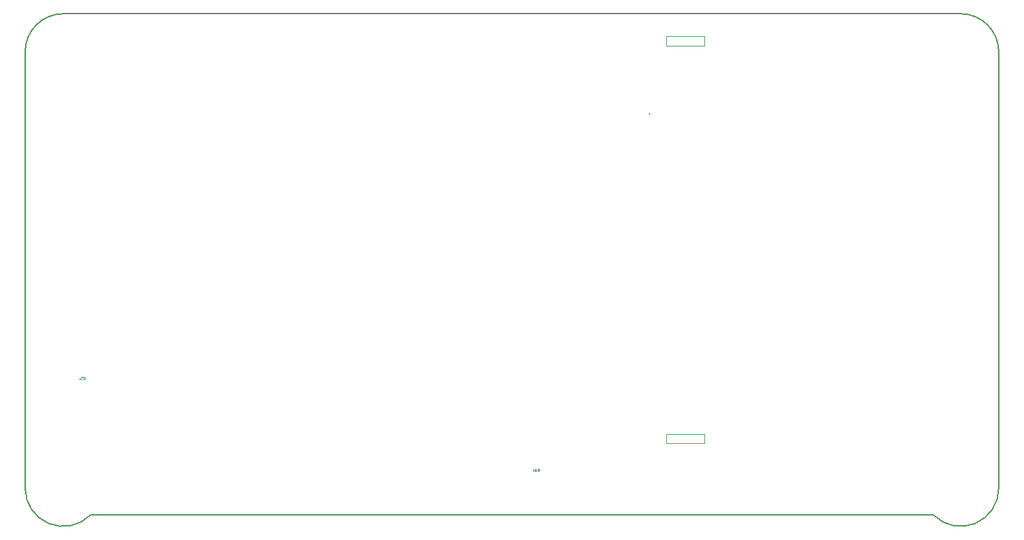
<source format=gm1>
G04*
G04 #@! TF.GenerationSoftware,Altium Limited,Altium Designer,21.7.2 (23)*
G04*
G04 Layer_Color=16711935*
%FSAX25Y25*%
%MOIN*%
G70*
G04*
G04 #@! TF.SameCoordinates,7BBA0914-394B-4DB2-939C-07DA4AAD527A*
G04*
G04*
G04 #@! TF.FilePolarity,Positive*
G04*
G01*
G75*
%ADD11C,0.00394*%
%ADD14C,0.00787*%
%ADD367C,0.00394*%
%ADD368C,0.00787*%
%ADD369C,0.00197*%
G36*
X0406370Y0498326D02*
X0406388Y0498324D01*
X0406406Y0498320D01*
X0406423Y0498317D01*
X0406438Y0498312D01*
X0406453Y0498306D01*
X0406466Y0498299D01*
X0406479Y0498294D01*
X0406489Y0498287D01*
X0406499Y0498280D01*
X0406507Y0498275D01*
X0406513Y0498270D01*
X0406519Y0498266D01*
X0406522Y0498262D01*
X0406525Y0498260D01*
X0406526Y0498259D01*
X0406538Y0498245D01*
X0406548Y0498232D01*
X0406558Y0498218D01*
X0406566Y0498204D01*
X0406573Y0498189D01*
X0406578Y0498176D01*
X0406586Y0498150D01*
X0406590Y0498138D01*
X0406592Y0498127D01*
X0406593Y0498117D01*
X0406594Y0498109D01*
X0406595Y0498102D01*
Y0498078D01*
X0406593Y0498065D01*
X0406587Y0498039D01*
X0406579Y0498015D01*
X0406572Y0497993D01*
X0406563Y0497975D01*
X0406558Y0497969D01*
X0406555Y0497962D01*
X0406551Y0497958D01*
X0406549Y0497954D01*
X0406548Y0497952D01*
X0406547Y0497951D01*
X0406750Y0497991D01*
Y0498291D01*
X0406838D01*
Y0497917D01*
X0406451Y0497844D01*
X0406438Y0497932D01*
X0406450Y0497940D01*
X0406461Y0497949D01*
X0406470Y0497958D01*
X0406477Y0497966D01*
X0406483Y0497974D01*
X0406489Y0497981D01*
X0406491Y0497986D01*
X0406492Y0497987D01*
X0406499Y0498000D01*
X0406504Y0498015D01*
X0406508Y0498028D01*
X0406511Y0498040D01*
X0406512Y0498052D01*
X0406513Y0498060D01*
Y0498067D01*
X0406511Y0498093D01*
X0406507Y0498117D01*
X0406499Y0498137D01*
X0406491Y0498152D01*
X0406482Y0498166D01*
X0406474Y0498176D01*
X0406470Y0498182D01*
X0406467Y0498184D01*
X0406448Y0498198D01*
X0406428Y0498210D01*
X0406408Y0498217D01*
X0406388Y0498223D01*
X0406370Y0498226D01*
X0406362Y0498228D01*
X0406355D01*
X0406350Y0498229D01*
X0406345D01*
X0406343D01*
X0406342D01*
X0406313Y0498226D01*
X0406286Y0498222D01*
X0406264Y0498214D01*
X0406245Y0498206D01*
X0406229Y0498197D01*
X0406218Y0498189D01*
X0406214Y0498187D01*
X0406211Y0498185D01*
X0406210Y0498183D01*
X0406209D01*
X0406200Y0498174D01*
X0406192Y0498165D01*
X0406180Y0498146D01*
X0406171Y0498127D01*
X0406165Y0498109D01*
X0406161Y0498093D01*
X0406159Y0498081D01*
X0406158Y0498076D01*
Y0498070D01*
X0406159Y0498049D01*
X0406164Y0498032D01*
X0406170Y0498015D01*
X0406176Y0498001D01*
X0406182Y0497990D01*
X0406187Y0497981D01*
X0406192Y0497977D01*
X0406193Y0497974D01*
X0406208Y0497961D01*
X0406224Y0497950D01*
X0406242Y0497942D01*
X0406260Y0497935D01*
X0406275Y0497931D01*
X0406288Y0497927D01*
X0406293Y0497926D01*
X0406296Y0497925D01*
X0406298D01*
X0406299D01*
X0406293Y0497828D01*
X0406275Y0497830D01*
X0406258Y0497833D01*
X0406228Y0497843D01*
X0406202Y0497855D01*
X0406191Y0497861D01*
X0406180Y0497868D01*
X0406171Y0497875D01*
X0406163Y0497880D01*
X0406155Y0497886D01*
X0406149Y0497892D01*
X0406145Y0497896D01*
X0406142Y0497899D01*
X0406140Y0497900D01*
X0406139Y0497902D01*
X0406129Y0497914D01*
X0406120Y0497927D01*
X0406112Y0497941D01*
X0406107Y0497955D01*
X0406096Y0497983D01*
X0406089Y0498010D01*
X0406087Y0498023D01*
X0406085Y0498034D01*
X0406084Y0498044D01*
X0406083Y0498053D01*
X0406082Y0498060D01*
Y0498070D01*
X0406083Y0498092D01*
X0406087Y0498114D01*
X0406091Y0498135D01*
X0406097Y0498154D01*
X0406103Y0498170D01*
X0406111Y0498187D01*
X0406119Y0498202D01*
X0406128Y0498215D01*
X0406136Y0498228D01*
X0406144Y0498238D01*
X0406152Y0498246D01*
X0406158Y0498253D01*
X0406165Y0498259D01*
X0406170Y0498263D01*
X0406172Y0498266D01*
X0406173Y0498267D01*
X0406187Y0498278D01*
X0406202Y0498287D01*
X0406217Y0498295D01*
X0406232Y0498301D01*
X0406261Y0498313D01*
X0406289Y0498319D01*
X0406302Y0498323D01*
X0406314Y0498324D01*
X0406324Y0498325D01*
X0406333Y0498326D01*
X0406340Y0498327D01*
X0406345D01*
X0406349D01*
X0406350D01*
X0406370Y0498326D01*
D02*
G37*
G36*
X0406848Y0497599D02*
X0406413D01*
X0406387D01*
X0406364Y0497597D01*
X0406342Y0497595D01*
X0406323Y0497591D01*
X0406306Y0497588D01*
X0406290Y0497585D01*
X0406276Y0497580D01*
X0406264Y0497576D01*
X0406253Y0497571D01*
X0406245Y0497567D01*
X0406237Y0497563D01*
X0406231Y0497560D01*
X0406227Y0497557D01*
X0406223Y0497554D01*
X0406222Y0497553D01*
X0406221Y0497552D01*
X0406212Y0497543D01*
X0406205Y0497532D01*
X0406193Y0497507D01*
X0406184Y0497482D01*
X0406179Y0497456D01*
X0406174Y0497432D01*
X0406173Y0497422D01*
Y0497413D01*
X0406172Y0497405D01*
Y0497395D01*
X0406173Y0497372D01*
X0406175Y0497351D01*
X0406180Y0497333D01*
X0406184Y0497316D01*
X0406189Y0497303D01*
X0406193Y0497293D01*
X0406195Y0497288D01*
X0406196Y0497286D01*
X0406207Y0497270D01*
X0406218Y0497258D01*
X0406230Y0497246D01*
X0406241Y0497238D01*
X0406252Y0497232D01*
X0406260Y0497227D01*
X0406266Y0497225D01*
X0406268Y0497224D01*
X0406277Y0497221D01*
X0406288Y0497218D01*
X0406311Y0497214D01*
X0406334Y0497211D01*
X0406358Y0497208D01*
X0406379Y0497207D01*
X0406389D01*
X0406397Y0497206D01*
X0406404D01*
X0406408D01*
X0406411D01*
X0406413D01*
X0406848D01*
Y0497106D01*
X0406413D01*
X0406391D01*
X0406370Y0497108D01*
X0406351Y0497109D01*
X0406332Y0497111D01*
X0406315Y0497113D01*
X0406301Y0497115D01*
X0406286Y0497118D01*
X0406273Y0497121D01*
X0406261Y0497123D01*
X0406251Y0497125D01*
X0406243Y0497128D01*
X0406236Y0497130D01*
X0406230Y0497132D01*
X0406227Y0497133D01*
X0406224Y0497134D01*
X0406223D01*
X0406199Y0497147D01*
X0406179Y0497161D01*
X0406159Y0497178D01*
X0406145Y0497194D01*
X0406134Y0497208D01*
X0406125Y0497220D01*
X0406121Y0497224D01*
X0406120Y0497227D01*
X0406118Y0497230D01*
Y0497231D01*
X0406106Y0497258D01*
X0406098Y0497287D01*
X0406091Y0497315D01*
X0406087Y0497343D01*
X0406085Y0497355D01*
X0406084Y0497367D01*
X0406083Y0497377D01*
Y0497386D01*
X0406082Y0497394D01*
Y0497404D01*
X0406084Y0497443D01*
X0406085Y0497461D01*
X0406089Y0497477D01*
X0406092Y0497493D01*
X0406096Y0497507D01*
X0406099Y0497521D01*
X0406103Y0497533D01*
X0406107Y0497544D01*
X0406110Y0497553D01*
X0406113Y0497561D01*
X0406117Y0497568D01*
X0406120Y0497573D01*
X0406121Y0497577D01*
X0406124Y0497579D01*
Y0497580D01*
X0406140Y0497604D01*
X0406158Y0497623D01*
X0406176Y0497640D01*
X0406193Y0497652D01*
X0406209Y0497662D01*
X0406221Y0497669D01*
X0406225Y0497671D01*
X0406229Y0497672D01*
X0406231Y0497673D01*
X0406232D01*
X0406259Y0497682D01*
X0406289Y0497688D01*
X0406319Y0497692D01*
X0406348Y0497695D01*
X0406361Y0497697D01*
X0406373Y0497698D01*
X0406385D01*
X0406393Y0497699D01*
X0406401D01*
X0406408D01*
X0406411D01*
X0406413D01*
X0406848D01*
Y0497599D01*
D02*
G37*
D11*
X0415099Y0327681D02*
G03*
X0415099Y0327681I0000000J0000000D01*
G01*
X0415105Y0533235D02*
G03*
X0415105Y0533235I0000000J0000000D01*
G01*
X0415099Y0332406D02*
X0434784D01*
X0415099Y0327681D02*
Y0332406D01*
X0415099Y0327681D02*
X0434784D01*
X0434784Y0327681D02*
Y0332406D01*
X0434790Y0533235D02*
Y0537959D01*
X0415105Y0533235D02*
X0434790D01*
X0415105Y0533235D02*
Y0537959D01*
X0415105Y0537959D02*
X0434790D01*
D14*
X0103843Y0549693D02*
G03*
X0084158Y0530008I0000000J-0019685D01*
G01*
X0103845Y0549678D02*
G03*
X0084160Y0529993I0000000J-0019685D01*
G01*
X0084158Y0304497D02*
G03*
X0117760Y0290579I0019683J0000000D01*
G01*
X0553206Y0290608D02*
G03*
X0586811Y0304528I0013919J0013919D01*
G01*
X0586817Y0529993D02*
G03*
X0567133Y0549678I-0019685J0000000D01*
G01*
X0103843Y0549694D02*
X0103886Y0549694D01*
X0103845Y0549678D02*
X0567224Y0549689D01*
X0084158Y0304497D02*
X0084160Y0529993D01*
X0117815Y0290610D02*
X0553150Y0290610D01*
X0586812Y0304429D02*
X0586812Y0529993D01*
D367*
X0415099Y0332406D02*
D03*
D03*
X0415105Y0537959D02*
D03*
X0416483Y0526345D02*
D03*
X0415105Y0537959D02*
D03*
D368*
X0084158Y0530009D02*
D03*
D369*
X0346622Y0314559D02*
Y0313575D01*
X0346819Y0313378D01*
X0347212D01*
X0347409Y0313575D01*
Y0314559D01*
X0347803Y0313378D02*
X0348196D01*
X0348000D01*
Y0314559D01*
X0347803Y0314362D01*
X0348787D02*
X0348984Y0314559D01*
X0349377D01*
X0349574Y0314362D01*
Y0314165D01*
X0349377Y0313968D01*
X0349574Y0313772D01*
Y0313575D01*
X0349377Y0313378D01*
X0348984D01*
X0348787Y0313575D01*
Y0313772D01*
X0348984Y0313968D01*
X0348787Y0314165D01*
Y0314362D01*
X0348984Y0313968D02*
X0349377D01*
X0115189Y0360933D02*
Y0361917D01*
X0114992Y0362114D01*
X0114599D01*
X0114402Y0361917D01*
Y0360933D01*
X0114008Y0362114D02*
X0113615D01*
X0113812D01*
Y0360933D01*
X0114008Y0361130D01*
X0113024Y0360933D02*
X0112237D01*
Y0361130D01*
X0113024Y0361917D01*
Y0362114D01*
M02*

</source>
